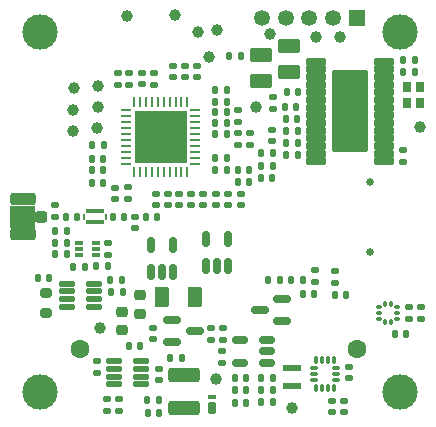
<source format=gbr>
%TF.GenerationSoftware,KiCad,Pcbnew,9.0.1*%
%TF.CreationDate,2026-02-05T11:07:33+03:00*%
%TF.ProjectId,Flybot_FC,466c7962-6f74-45f4-9643-2e6b69636164,rev?*%
%TF.SameCoordinates,Original*%
%TF.FileFunction,Soldermask,Bot*%
%TF.FilePolarity,Negative*%
%FSLAX46Y46*%
G04 Gerber Fmt 4.6, Leading zero omitted, Abs format (unit mm)*
G04 Created by KiCad (PCBNEW 9.0.1) date 2026-02-05 11:07:33*
%MOMM*%
%LPD*%
G01*
G04 APERTURE LIST*
G04 Aperture macros list*
%AMRoundRect*
0 Rectangle with rounded corners*
0 $1 Rounding radius*
0 $2 $3 $4 $5 $6 $7 $8 $9 X,Y pos of 4 corners*
0 Add a 4 corners polygon primitive as box body*
4,1,4,$2,$3,$4,$5,$6,$7,$8,$9,$2,$3,0*
0 Add four circle primitives for the rounded corners*
1,1,$1+$1,$2,$3*
1,1,$1+$1,$4,$5*
1,1,$1+$1,$6,$7*
1,1,$1+$1,$8,$9*
0 Add four rect primitives between the rounded corners*
20,1,$1+$1,$2,$3,$4,$5,0*
20,1,$1+$1,$4,$5,$6,$7,0*
20,1,$1+$1,$6,$7,$8,$9,0*
20,1,$1+$1,$8,$9,$2,$3,0*%
G04 Aperture macros list end*
%ADD10C,1.000000*%
%ADD11C,0.650000*%
%ADD12R,4.500000X4.500000*%
%ADD13RoundRect,0.062500X-0.062500X0.350000X-0.062500X-0.350000X0.062500X-0.350000X0.062500X0.350000X0*%
%ADD14RoundRect,0.062500X-0.350000X0.062500X-0.350000X-0.062500X0.350000X-0.062500X0.350000X0.062500X0*%
%ADD15RoundRect,0.150000X0.587500X0.150000X-0.587500X0.150000X-0.587500X-0.150000X0.587500X-0.150000X0*%
%ADD16RoundRect,0.150000X0.512500X0.150000X-0.512500X0.150000X-0.512500X-0.150000X0.512500X-0.150000X0*%
%ADD17C,1.600000*%
%ADD18C,3.000000*%
%ADD19R,1.350000X1.350000*%
%ADD20C,1.350000*%
%ADD21RoundRect,0.087500X-0.087500X0.225000X-0.087500X-0.225000X0.087500X-0.225000X0.087500X0.225000X0*%
%ADD22RoundRect,0.087500X-0.225000X0.087500X-0.225000X-0.087500X0.225000X-0.087500X0.225000X0.087500X0*%
%ADD23RoundRect,0.140000X-0.140000X-0.170000X0.140000X-0.170000X0.140000X0.170000X-0.140000X0.170000X0*%
%ADD24RoundRect,0.140000X-0.170000X0.140000X-0.170000X-0.140000X0.170000X-0.140000X0.170000X0.140000X0*%
%ADD25RoundRect,0.135000X0.135000X0.185000X-0.135000X0.185000X-0.135000X-0.185000X0.135000X-0.185000X0*%
%ADD26RoundRect,0.135000X-0.135000X-0.185000X0.135000X-0.185000X0.135000X0.185000X-0.135000X0.185000X0*%
%ADD27RoundRect,0.250000X0.375000X0.625000X-0.375000X0.625000X-0.375000X-0.625000X0.375000X-0.625000X0*%
%ADD28RoundRect,0.140000X0.140000X0.170000X-0.140000X0.170000X-0.140000X-0.170000X0.140000X-0.170000X0*%
%ADD29R,1.600000X0.300000*%
%ADD30R,0.250000X0.500000*%
%ADD31RoundRect,0.135000X-0.185000X0.135000X-0.185000X-0.135000X0.185000X-0.135000X0.185000X0.135000X0*%
%ADD32RoundRect,0.250000X0.275000X0.250000X-0.275000X0.250000X-0.275000X-0.250000X0.275000X-0.250000X0*%
%ADD33RoundRect,0.250000X0.850000X0.275000X-0.850000X0.275000X-0.850000X-0.275000X0.850000X-0.275000X0*%
%ADD34RoundRect,0.135000X0.185000X-0.135000X0.185000X0.135000X-0.185000X0.135000X-0.185000X-0.135000X0*%
%ADD35RoundRect,0.140000X0.170000X-0.140000X0.170000X0.140000X-0.170000X0.140000X-0.170000X-0.140000X0*%
%ADD36RoundRect,0.150000X0.150000X-0.512500X0.150000X0.512500X-0.150000X0.512500X-0.150000X-0.512500X0*%
%ADD37RoundRect,0.076750X0.765250X0.230250X-0.765250X0.230250X-0.765250X-0.230250X0.765250X-0.230250X0*%
%ADD38RoundRect,0.102000X1.425000X3.350000X-1.425000X3.350000X-1.425000X-3.350000X1.425000X-3.350000X0*%
%ADD39RoundRect,0.102000X0.800000X-0.500000X0.800000X0.500000X-0.800000X0.500000X-0.800000X-0.500000X0*%
%ADD40RoundRect,0.147500X-0.147500X-0.172500X0.147500X-0.172500X0.147500X0.172500X-0.147500X0.172500X0*%
%ADD41RoundRect,0.200000X0.275000X-0.200000X0.275000X0.200000X-0.275000X0.200000X-0.275000X-0.200000X0*%
%ADD42RoundRect,0.150000X-0.587500X-0.150000X0.587500X-0.150000X0.587500X0.150000X-0.587500X0.150000X0*%
%ADD43RoundRect,0.147500X0.147500X0.172500X-0.147500X0.172500X-0.147500X-0.172500X0.147500X-0.172500X0*%
%ADD44RoundRect,0.125000X-0.537500X-0.125000X0.537500X-0.125000X0.537500X0.125000X-0.537500X0.125000X0*%
%ADD45RoundRect,0.147500X-0.172500X0.147500X-0.172500X-0.147500X0.172500X-0.147500X0.172500X0.147500X0*%
%ADD46RoundRect,0.137500X-0.662500X0.137500X-0.662500X-0.137500X0.662500X-0.137500X0.662500X0.137500X0*%
%ADD47RoundRect,0.225000X0.250000X-0.225000X0.250000X0.225000X-0.250000X0.225000X-0.250000X-0.225000X0*%
%ADD48RoundRect,0.087500X-0.250000X-0.087500X0.250000X-0.087500X0.250000X0.087500X-0.250000X0.087500X0*%
%ADD49R,0.800000X0.900000*%
%ADD50RoundRect,0.087500X0.087500X-0.125000X0.087500X0.125000X-0.087500X0.125000X-0.087500X-0.125000X0*%
%ADD51RoundRect,0.087500X0.125000X-0.087500X0.125000X0.087500X-0.125000X0.087500X-0.125000X-0.087500X0*%
%ADD52RoundRect,0.218750X-0.256250X0.218750X-0.256250X-0.218750X0.256250X-0.218750X0.256250X0.218750X0*%
%ADD53RoundRect,0.096250X-0.248750X0.096250X-0.248750X-0.096250X0.248750X-0.096250X0.248750X0.096250X0*%
%ADD54RoundRect,0.172500X-0.172500X0.345000X-0.172500X-0.345000X0.172500X-0.345000X0.172500X0.345000X0*%
%ADD55RoundRect,0.250000X-1.075000X0.375000X-1.075000X-0.375000X1.075000X-0.375000X1.075000X0.375000X0*%
%ADD56RoundRect,0.147500X0.172500X-0.147500X0.172500X0.147500X-0.172500X0.147500X-0.172500X-0.147500X0*%
G04 APERTURE END LIST*
%TO.C,AE1*%
G36*
X118965000Y-96720000D02*
G01*
X116875000Y-96720000D01*
X116875000Y-98600000D01*
X118965000Y-98600000D01*
X118965000Y-96720000D01*
G37*
%TD*%
D10*
%TO.C,TP4*%
X133690000Y-84100000D03*
%TD*%
D11*
%TO.C,J1*%
X147360000Y-100680000D03*
X147360000Y-94680000D03*
%TD*%
D12*
%TO.C,U3*%
X129605000Y-90905000D03*
D13*
X127355000Y-87967500D03*
X127855000Y-87967500D03*
X128355000Y-87967500D03*
X128855000Y-87967500D03*
X129355000Y-87967500D03*
X129855000Y-87967500D03*
X130355000Y-87967500D03*
X130855000Y-87967500D03*
X131355000Y-87967500D03*
X131855000Y-87967500D03*
D14*
X132542500Y-88655000D03*
X132542500Y-89155000D03*
X132542500Y-89655000D03*
X132542500Y-90155000D03*
X132542500Y-90655000D03*
X132542500Y-91155000D03*
X132542500Y-91655000D03*
X132542500Y-92155000D03*
X132542500Y-92655000D03*
X132542500Y-93155000D03*
D13*
X131855000Y-93842500D03*
X131355000Y-93842500D03*
X130855000Y-93842500D03*
X130355000Y-93842500D03*
X129855000Y-93842500D03*
X129355000Y-93842500D03*
X128855000Y-93842500D03*
X128355000Y-93842500D03*
X127855000Y-93842500D03*
X127355000Y-93842500D03*
D14*
X126667500Y-93155000D03*
X126667500Y-92655000D03*
X126667500Y-92155000D03*
X126667500Y-91655000D03*
X126667500Y-91155000D03*
X126667500Y-90655000D03*
X126667500Y-90155000D03*
X126667500Y-89655000D03*
X126667500Y-89155000D03*
X126667500Y-88655000D03*
%TD*%
D15*
%TO.C,Q4*%
X139847500Y-104600000D03*
X139847500Y-106500000D03*
X137972500Y-105550000D03*
%TD*%
D16*
%TO.C,U10*%
X138607500Y-108110000D03*
X138607500Y-109060000D03*
X138607500Y-110010000D03*
X136332500Y-110010000D03*
X136332500Y-108110000D03*
%TD*%
D17*
%TO.C,J4*%
X122780000Y-108835000D03*
X146250000Y-108835000D03*
%TD*%
D18*
%TO.C,H2*%
X119370000Y-112532000D03*
%TD*%
%TO.C,H1*%
X119370000Y-82032000D03*
%TD*%
D19*
%TO.C,J2*%
X146190000Y-80830000D03*
D20*
X144190000Y-80830000D03*
X142190000Y-80830000D03*
X140190000Y-80830000D03*
X138190000Y-80830000D03*
%TD*%
D18*
%TO.C,H3*%
X149870000Y-82032000D03*
%TD*%
%TO.C,H4*%
X149870000Y-112532000D03*
%TD*%
D21*
%TO.C,U7*%
X142760000Y-109807500D03*
X143260000Y-109807500D03*
X143760000Y-109807500D03*
X144260000Y-109807500D03*
D22*
X144422500Y-110470000D03*
X144422500Y-110970000D03*
X144422500Y-111470000D03*
D21*
X144260000Y-112132500D03*
X143760000Y-112132500D03*
X143260000Y-112132500D03*
X142760000Y-112132500D03*
D22*
X142597500Y-111470000D03*
X142597500Y-110970000D03*
X142597500Y-110470000D03*
%TD*%
D23*
%TO.C,C63*%
X149425000Y-107607500D03*
X150385000Y-107607500D03*
%TD*%
D10*
%TO.C,TP7*%
X124212500Y-90185000D03*
%TD*%
D24*
%TO.C,C53*%
X125762500Y-95185000D03*
X125762500Y-96145000D03*
%TD*%
D25*
%TO.C,R12*%
X136410000Y-84020000D03*
X135390000Y-84020000D03*
%TD*%
D26*
%TO.C,R31*%
X122140000Y-101900000D03*
X123160000Y-101900000D03*
%TD*%
D27*
%TO.C,TH1*%
X132527500Y-104452500D03*
X129727500Y-104452500D03*
%TD*%
D25*
%TO.C,R18*%
X135210000Y-90690000D03*
X134190000Y-90690000D03*
%TD*%
D28*
%TO.C,C81*%
X139087500Y-113320000D03*
X138127500Y-113320000D03*
%TD*%
D10*
%TO.C,TP6*%
X122212500Y-90415000D03*
%TD*%
D29*
%TO.C,X1*%
X124030000Y-98135000D03*
D30*
X124955000Y-97660000D03*
D29*
X124030000Y-97185000D03*
D30*
X123105000Y-97660000D03*
%TD*%
D31*
%TO.C,R22*%
X144350000Y-102240000D03*
X144350000Y-103260000D03*
%TD*%
D24*
%TO.C,C37*%
X136422500Y-95695000D03*
X136422500Y-96655000D03*
%TD*%
D31*
%TO.C,R37*%
X125030000Y-113130000D03*
X125030000Y-114150000D03*
%TD*%
D23*
%TO.C,C20*%
X150130000Y-85420000D03*
X151090000Y-85420000D03*
%TD*%
D24*
%TO.C,C52*%
X135292500Y-95695000D03*
X135292500Y-96655000D03*
%TD*%
D23*
%TO.C,C47*%
X136146500Y-93705000D03*
X137106500Y-93705000D03*
%TD*%
D25*
%TO.C,R20*%
X139072500Y-92235000D03*
X138052500Y-92235000D03*
%TD*%
D32*
%TO.C,AE1*%
X119500000Y-97660000D03*
D33*
X117975000Y-99135000D03*
X117975000Y-96185000D03*
%TD*%
D31*
%TO.C,R41*%
X134762500Y-108990000D03*
X134762500Y-110010000D03*
%TD*%
D34*
%TO.C,R17*%
X126792500Y-96185000D03*
X126792500Y-95165000D03*
%TD*%
D35*
%TO.C,C41*%
X139062500Y-91245000D03*
X139062500Y-90285000D03*
%TD*%
D25*
%TO.C,R26*%
X126350000Y-103020000D03*
X125330000Y-103020000D03*
%TD*%
D28*
%TO.C,C22*%
X141247000Y-87085000D03*
X140287000Y-87085000D03*
%TD*%
D10*
%TO.C,TP11*%
X137710000Y-88400000D03*
%TD*%
%TO.C,TP1*%
X144760000Y-82440000D03*
%TD*%
D36*
%TO.C,D5*%
X130640000Y-102315000D03*
X129690000Y-102315000D03*
X128740000Y-102315000D03*
X128740000Y-100040000D03*
X130640000Y-100040000D03*
%TD*%
D25*
%TO.C,R33*%
X125170000Y-101860000D03*
X124150000Y-101860000D03*
%TD*%
D31*
%TO.C,R40*%
X134840000Y-107040000D03*
X134840000Y-108060000D03*
%TD*%
D25*
%TO.C,R25*%
X126370000Y-104040000D03*
X125350000Y-104040000D03*
%TD*%
D10*
%TO.C,TP9*%
X124272500Y-88335000D03*
%TD*%
D23*
%TO.C,C44*%
X134220000Y-88830000D03*
X135180000Y-88830000D03*
%TD*%
%TO.C,C39*%
X134220000Y-86970000D03*
X135180000Y-86970000D03*
%TD*%
D26*
%TO.C,R8*%
X140187000Y-91435000D03*
X141207000Y-91435000D03*
%TD*%
D31*
%TO.C,R15*%
X126952500Y-85465000D03*
X126952500Y-86485000D03*
%TD*%
D35*
%TO.C,C64*%
X150615000Y-106297500D03*
X150615000Y-105337500D03*
%TD*%
D10*
%TO.C,TP10*%
X122282500Y-86795000D03*
%TD*%
D26*
%TO.C,R11*%
X140187000Y-90415000D03*
X141207000Y-90415000D03*
%TD*%
D28*
%TO.C,C83*%
X139087500Y-112310000D03*
X138127500Y-112310000D03*
%TD*%
D37*
%TO.C,U2*%
X148525000Y-84525000D03*
X148525000Y-85175000D03*
X148525000Y-85825000D03*
X148525000Y-86475000D03*
X148525000Y-87125000D03*
X148525000Y-87775000D03*
X148525000Y-88425000D03*
X148525000Y-89075000D03*
X148525000Y-89725000D03*
X148525000Y-90375000D03*
X148525000Y-91025000D03*
X148525000Y-91675000D03*
X148525000Y-92325000D03*
X148525000Y-92975000D03*
X142775000Y-92975000D03*
X142775000Y-92325000D03*
X142775000Y-91675000D03*
X142775000Y-91025000D03*
X142775000Y-90375000D03*
X142775000Y-89725000D03*
X142775000Y-89075000D03*
X142775000Y-88425000D03*
X142775000Y-87775000D03*
X142775000Y-87125000D03*
X142775000Y-86475000D03*
X142775000Y-85825000D03*
X142775000Y-85175000D03*
X142775000Y-84525000D03*
D38*
X145650000Y-88750000D03*
%TD*%
D31*
%TO.C,R30*%
X125150000Y-99900000D03*
X125150000Y-100920000D03*
%TD*%
D35*
%TO.C,C34*%
X128002500Y-86455000D03*
X128002500Y-85495000D03*
%TD*%
D28*
%TO.C,C46*%
X124782500Y-91575000D03*
X123822500Y-91575000D03*
%TD*%
D24*
%TO.C,C51*%
X134262500Y-95695000D03*
X134262500Y-96655000D03*
%TD*%
D26*
%TO.C,R9*%
X140187000Y-92475000D03*
X141207000Y-92475000D03*
%TD*%
D10*
%TO.C,TP22*%
X134350000Y-81820000D03*
%TD*%
D35*
%TO.C,C36*%
X136150000Y-91550000D03*
X136150000Y-90590000D03*
%TD*%
%TO.C,C27*%
X131652500Y-85825000D03*
X131652500Y-84865000D03*
%TD*%
D10*
%TO.C,TP8*%
X122182500Y-88585000D03*
%TD*%
D28*
%TO.C,C55*%
X124702500Y-93685000D03*
X123742500Y-93685000D03*
%TD*%
D39*
%TO.C,C24*%
X140440000Y-85421000D03*
X140440000Y-83197000D03*
%TD*%
D40*
%TO.C,D4*%
X144330000Y-104250000D03*
X145300000Y-104250000D03*
%TD*%
D41*
%TO.C,R29*%
X119860000Y-105785000D03*
X119860000Y-104135000D03*
%TD*%
D10*
%TO.C,TP26*%
X134290000Y-111440000D03*
%TD*%
D28*
%TO.C,C31*%
X126507500Y-97665000D03*
X125547500Y-97665000D03*
%TD*%
D31*
%TO.C,R14*%
X125952500Y-85455000D03*
X125952500Y-86475000D03*
%TD*%
D42*
%TO.C,Q3*%
X130592500Y-108302500D03*
X130592500Y-106402500D03*
X132467500Y-107352500D03*
%TD*%
D10*
%TO.C,TP12*%
X124322500Y-86555000D03*
%TD*%
D23*
%TO.C,C77*%
X135852500Y-113410000D03*
X136812500Y-113410000D03*
%TD*%
D39*
%TO.C,C25*%
X138050000Y-86191000D03*
X138050000Y-83967000D03*
%TD*%
D23*
%TO.C,C57*%
X134220000Y-92675000D03*
X135180000Y-92675000D03*
%TD*%
%TO.C,C43*%
X134220000Y-93705000D03*
X135180000Y-93705000D03*
%TD*%
%TO.C,C48*%
X136146500Y-94725000D03*
X137106500Y-94725000D03*
%TD*%
D28*
%TO.C,C28*%
X124722500Y-94765000D03*
X123762500Y-94765000D03*
%TD*%
D43*
%TO.C,D12*%
X142587500Y-104240000D03*
X141617500Y-104240000D03*
%TD*%
D34*
%TO.C,R10*%
X150100000Y-93030000D03*
X150100000Y-92010000D03*
%TD*%
D24*
%TO.C,C80*%
X133830000Y-107100000D03*
X133830000Y-108060000D03*
%TD*%
%TO.C,C38*%
X132162500Y-95695000D03*
X132162500Y-96655000D03*
%TD*%
D25*
%TO.C,R24*%
X121660000Y-99850000D03*
X120640000Y-99850000D03*
%TD*%
D10*
%TO.C,TP20*%
X130850000Y-80620000D03*
%TD*%
D28*
%TO.C,C75*%
X129450000Y-114290000D03*
X128490000Y-114290000D03*
%TD*%
D26*
%TO.C,R38*%
X130400000Y-109650000D03*
X131420000Y-109650000D03*
%TD*%
D44*
%TO.C,U9*%
X125675000Y-111850000D03*
X125675000Y-111200000D03*
X125675000Y-110550000D03*
X125675000Y-109900000D03*
X127950000Y-109900000D03*
X127950000Y-110550000D03*
X127950000Y-111200000D03*
X127950000Y-111850000D03*
%TD*%
D26*
%TO.C,R19*%
X138062500Y-93375000D03*
X139082500Y-93375000D03*
%TD*%
D35*
%TO.C,C42*%
X137150000Y-91550000D03*
X137150000Y-90590000D03*
%TD*%
D10*
%TO.C,TP5*%
X151580000Y-90060000D03*
%TD*%
%TO.C,TP25*%
X124490000Y-107050000D03*
%TD*%
D26*
%TO.C,R35*%
X140640000Y-103040000D03*
X141660000Y-103040000D03*
%TD*%
D45*
%TO.C,D9*%
X128937500Y-107062500D03*
X128937500Y-108032500D03*
%TD*%
D46*
%TO.C,L5*%
X140722500Y-110505000D03*
X140722500Y-111955000D03*
%TD*%
D47*
%TO.C,C73*%
X126350000Y-107245000D03*
X126350000Y-105695000D03*
%TD*%
D28*
%TO.C,C54*%
X124710000Y-92750000D03*
X123750000Y-92750000D03*
%TD*%
D24*
%TO.C,C45*%
X131162500Y-95695000D03*
X131162500Y-96655000D03*
%TD*%
D10*
%TO.C,TP14*%
X140740000Y-113880000D03*
%TD*%
%TO.C,TP24*%
X126740000Y-80660000D03*
%TD*%
D48*
%TO.C,Q1*%
X122657500Y-100880000D03*
X122657500Y-100380000D03*
X122657500Y-99880000D03*
X124082500Y-99880000D03*
X124082500Y-100380000D03*
X124082500Y-100880000D03*
%TD*%
D34*
%TO.C,R13*%
X139117000Y-88505000D03*
X139117000Y-87485000D03*
%TD*%
D24*
%TO.C,C50*%
X130222500Y-95695000D03*
X130222500Y-96655000D03*
%TD*%
D49*
%TO.C,Y3*%
X150450000Y-88050000D03*
X150450000Y-86650000D03*
X151550000Y-86650000D03*
X151550000Y-88050000D03*
%TD*%
D28*
%TO.C,C71*%
X120170000Y-102880000D03*
X119210000Y-102880000D03*
%TD*%
D24*
%TO.C,C68*%
X145100000Y-113220000D03*
X145100000Y-114180000D03*
%TD*%
D10*
%TO.C,TP3*%
X138860000Y-82180000D03*
%TD*%
D50*
%TO.C,U5*%
X149092500Y-106570000D03*
X148592500Y-106570000D03*
D51*
X148080000Y-106307500D03*
X148080000Y-105807500D03*
X148080000Y-105307500D03*
D50*
X148592500Y-105045000D03*
X149092500Y-105045000D03*
D51*
X149605000Y-105307500D03*
X149605000Y-105807500D03*
X149605000Y-106307500D03*
%TD*%
D34*
%TO.C,R34*%
X126080000Y-114150000D03*
X126080000Y-113130000D03*
%TD*%
D23*
%TO.C,C40*%
X138082500Y-94395000D03*
X139042500Y-94395000D03*
%TD*%
D26*
%TO.C,R27*%
X120640000Y-98830000D03*
X121660000Y-98830000D03*
%TD*%
D23*
%TO.C,C21*%
X150130000Y-84380000D03*
X151090000Y-84380000D03*
%TD*%
D36*
%TO.C,D6*%
X135310000Y-101835000D03*
X134360000Y-101835000D03*
X133410000Y-101835000D03*
X133410000Y-99560000D03*
X135310000Y-99560000D03*
%TD*%
D35*
%TO.C,C72*%
X129430000Y-111470000D03*
X129430000Y-110510000D03*
%TD*%
D23*
%TO.C,C33*%
X128355000Y-97665000D03*
X129315000Y-97665000D03*
%TD*%
D10*
%TO.C,TP2*%
X142710000Y-82470000D03*
%TD*%
D23*
%TO.C,C35*%
X134220000Y-87910000D03*
X135180000Y-87910000D03*
%TD*%
D28*
%TO.C,C74*%
X127880000Y-108610000D03*
X126920000Y-108610000D03*
%TD*%
D24*
%TO.C,C49*%
X133222500Y-95695000D03*
X133222500Y-96655000D03*
%TD*%
D23*
%TO.C,C26*%
X140136000Y-88403000D03*
X141096000Y-88403000D03*
%TD*%
D28*
%TO.C,C76*%
X129440000Y-113210000D03*
X128480000Y-113210000D03*
%TD*%
D25*
%TO.C,R28*%
X121660000Y-100810000D03*
X120640000Y-100810000D03*
%TD*%
%TO.C,R36*%
X139720000Y-103040000D03*
X138700000Y-103040000D03*
%TD*%
D23*
%TO.C,C79*%
X135852500Y-111280000D03*
X136812500Y-111280000D03*
%TD*%
D34*
%TO.C,R21*%
X136160000Y-89660000D03*
X136160000Y-88640000D03*
%TD*%
D52*
%TO.C,D10*%
X127867500Y-104295000D03*
X127867500Y-105870000D03*
%TD*%
D35*
%TO.C,C56*%
X132662500Y-85825000D03*
X132662500Y-84865000D03*
%TD*%
%TO.C,C86*%
X130662500Y-85825000D03*
X130662500Y-84865000D03*
%TD*%
D53*
%TO.C,D8*%
X133920000Y-112951500D03*
D54*
X133920000Y-113863500D03*
%TD*%
D28*
%TO.C,C82*%
X139087500Y-111317000D03*
X138127500Y-111317000D03*
%TD*%
D23*
%TO.C,C78*%
X135852500Y-112350000D03*
X136812500Y-112350000D03*
%TD*%
D31*
%TO.C,R23*%
X142630000Y-102200000D03*
X142630000Y-103220000D03*
%TD*%
%TO.C,R16*%
X129022500Y-85465000D03*
X129022500Y-86485000D03*
%TD*%
D55*
%TO.C,L4*%
X131580000Y-111050000D03*
X131580000Y-113850000D03*
%TD*%
D24*
%TO.C,C69*%
X145570000Y-110370000D03*
X145570000Y-111330000D03*
%TD*%
D23*
%TO.C,C58*%
X134220000Y-89750000D03*
X135180000Y-89750000D03*
%TD*%
D56*
%TO.C,L3*%
X120650000Y-97665000D03*
X120650000Y-96695000D03*
%TD*%
D35*
%TO.C,C62*%
X151610000Y-106290000D03*
X151610000Y-105330000D03*
%TD*%
D34*
%TO.C,R39*%
X124190000Y-110860000D03*
X124190000Y-109840000D03*
%TD*%
D10*
%TO.C,TP23*%
X132800000Y-81980000D03*
%TD*%
D45*
%TO.C,L2*%
X127420000Y-97665000D03*
X127420000Y-98635000D03*
%TD*%
D24*
%TO.C,C29*%
X129232500Y-95695000D03*
X129232500Y-96655000D03*
%TD*%
D28*
%TO.C,C23*%
X141137000Y-89365000D03*
X140177000Y-89365000D03*
%TD*%
D44*
%TO.C,U8*%
X121655000Y-105270000D03*
X121655000Y-104620000D03*
X121655000Y-103970000D03*
X121655000Y-103320000D03*
X123930000Y-103320000D03*
X123930000Y-103970000D03*
X123930000Y-104620000D03*
X123930000Y-105270000D03*
%TD*%
D28*
%TO.C,C32*%
X122500000Y-97665000D03*
X121540000Y-97665000D03*
%TD*%
D24*
%TO.C,C70*%
X144110000Y-113220000D03*
X144110000Y-114180000D03*
%TD*%
M02*

</source>
